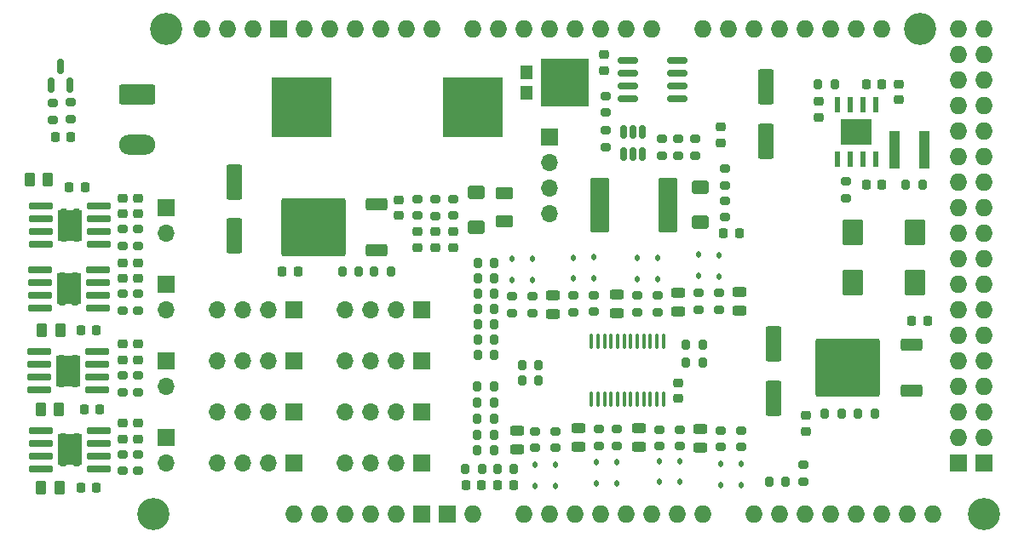
<source format=gbr>
%TF.GenerationSoftware,KiCad,Pcbnew,7.0.2*%
%TF.CreationDate,2023-07-18T21:54:39+02:00*%
%TF.ProjectId,RocciShield,526f6363-6953-4686-9965-6c642e6b6963,rev?*%
%TF.SameCoordinates,Original*%
%TF.FileFunction,Soldermask,Top*%
%TF.FilePolarity,Negative*%
%FSLAX46Y46*%
G04 Gerber Fmt 4.6, Leading zero omitted, Abs format (unit mm)*
G04 Created by KiCad (PCBNEW 7.0.2) date 2023-07-18 21:54:39*
%MOMM*%
%LPD*%
G01*
G04 APERTURE LIST*
G04 Aperture macros list*
%AMRoundRect*
0 Rectangle with rounded corners*
0 $1 Rounding radius*
0 $2 $3 $4 $5 $6 $7 $8 $9 X,Y pos of 4 corners*
0 Add a 4 corners polygon primitive as box body*
4,1,4,$2,$3,$4,$5,$6,$7,$8,$9,$2,$3,0*
0 Add four circle primitives for the rounded corners*
1,1,$1+$1,$2,$3*
1,1,$1+$1,$4,$5*
1,1,$1+$1,$6,$7*
1,1,$1+$1,$8,$9*
0 Add four rect primitives between the rounded corners*
20,1,$1+$1,$2,$3,$4,$5,0*
20,1,$1+$1,$4,$5,$6,$7,0*
20,1,$1+$1,$6,$7,$8,$9,0*
20,1,$1+$1,$8,$9,$2,$3,0*%
G04 Aperture macros list end*
%ADD10O,1.700000X1.700000*%
%ADD11R,1.700000X1.700000*%
%ADD12RoundRect,0.218750X0.256250X-0.218750X0.256250X0.218750X-0.256250X0.218750X-0.256250X-0.218750X0*%
%ADD13RoundRect,0.200000X0.275000X-0.200000X0.275000X0.200000X-0.275000X0.200000X-0.275000X-0.200000X0*%
%ADD14RoundRect,0.250000X0.850000X0.350000X-0.850000X0.350000X-0.850000X-0.350000X0.850000X-0.350000X0*%
%ADD15RoundRect,0.249997X2.950003X2.650003X-2.950003X2.650003X-2.950003X-2.650003X2.950003X-2.650003X0*%
%ADD16RoundRect,0.225000X-0.250000X0.225000X-0.250000X-0.225000X0.250000X-0.225000X0.250000X0.225000X0*%
%ADD17RoundRect,0.225000X-0.225000X-0.250000X0.225000X-0.250000X0.225000X0.250000X-0.225000X0.250000X0*%
%ADD18RoundRect,0.112500X-0.112500X0.187500X-0.112500X-0.187500X0.112500X-0.187500X0.112500X0.187500X0*%
%ADD19R,1.100000X3.700000*%
%ADD20RoundRect,0.250000X0.787500X1.025000X-0.787500X1.025000X-0.787500X-1.025000X0.787500X-1.025000X0*%
%ADD21RoundRect,0.100000X-0.100000X0.637500X-0.100000X-0.637500X0.100000X-0.637500X0.100000X0.637500X0*%
%ADD22RoundRect,0.200000X0.200000X0.275000X-0.200000X0.275000X-0.200000X-0.275000X0.200000X-0.275000X0*%
%ADD23RoundRect,0.150000X0.150000X-0.512500X0.150000X0.512500X-0.150000X0.512500X-0.150000X-0.512500X0*%
%ADD24RoundRect,0.112500X0.112500X-0.187500X0.112500X0.187500X-0.112500X0.187500X-0.112500X-0.187500X0*%
%ADD25RoundRect,0.200000X-0.275000X0.200000X-0.275000X-0.200000X0.275000X-0.200000X0.275000X0.200000X0*%
%ADD26RoundRect,0.250000X-0.550000X1.500000X-0.550000X-1.500000X0.550000X-1.500000X0.550000X1.500000X0*%
%ADD27RoundRect,0.218750X-0.256250X0.218750X-0.256250X-0.218750X0.256250X-0.218750X0.256250X0.218750X0*%
%ADD28RoundRect,0.200000X-0.200000X-0.275000X0.200000X-0.275000X0.200000X0.275000X-0.200000X0.275000X0*%
%ADD29RoundRect,0.250000X0.712500X2.475000X-0.712500X2.475000X-0.712500X-2.475000X0.712500X-2.475000X0*%
%ADD30RoundRect,0.250000X-0.262500X-0.450000X0.262500X-0.450000X0.262500X0.450000X-0.262500X0.450000X0*%
%ADD31RoundRect,0.243750X-0.456250X0.243750X-0.456250X-0.243750X0.456250X-0.243750X0.456250X0.243750X0*%
%ADD32RoundRect,0.218750X0.218750X0.256250X-0.218750X0.256250X-0.218750X-0.256250X0.218750X-0.256250X0*%
%ADD33RoundRect,0.250000X-1.550000X0.750000X-1.550000X-0.750000X1.550000X-0.750000X1.550000X0.750000X0*%
%ADD34O,3.600000X2.000000*%
%ADD35RoundRect,0.243750X0.456250X-0.243750X0.456250X0.243750X-0.456250X0.243750X-0.456250X-0.243750X0*%
%ADD36RoundRect,0.225000X0.250000X-0.225000X0.250000X0.225000X-0.250000X0.225000X-0.250000X-0.225000X0*%
%ADD37RoundRect,0.250000X0.600000X-0.400000X0.600000X0.400000X-0.600000X0.400000X-0.600000X-0.400000X0*%
%ADD38RoundRect,0.225000X0.225000X0.250000X-0.225000X0.250000X-0.225000X-0.250000X0.225000X-0.250000X0*%
%ADD39R,1.270000X1.400000*%
%ADD40R,4.720000X4.800000*%
%ADD41C,0.770000*%
%ADD42RoundRect,0.070000X-1.100000X-0.250000X1.100000X-0.250000X1.100000X0.250000X-1.100000X0.250000X0*%
%ADD43R,2.400000X3.100000*%
%ADD44RoundRect,0.150000X-0.825000X-0.150000X0.825000X-0.150000X0.825000X0.150000X-0.825000X0.150000X0*%
%ADD45RoundRect,0.250000X0.625000X-0.375000X0.625000X0.375000X-0.625000X0.375000X-0.625000X-0.375000X0*%
%ADD46RoundRect,0.250000X0.550000X-1.500000X0.550000X1.500000X-0.550000X1.500000X-0.550000X-1.500000X0*%
%ADD47RoundRect,0.150000X0.150000X-0.587500X0.150000X0.587500X-0.150000X0.587500X-0.150000X-0.587500X0*%
%ADD48R,6.000000X6.000000*%
%ADD49C,3.200000*%
%ADD50O,1.727200X1.727200*%
%ADD51R,1.727200X1.727200*%
%ADD52R,3.100000X2.600000*%
%ADD53R,0.600000X1.550000*%
G04 APERTURE END LIST*
D10*
%TO.C,J10*%
X135128000Y-100594000D03*
D11*
X135128000Y-98054000D03*
%TD*%
D12*
%TO.C,D13*%
X130850000Y-119500000D03*
X130850000Y-121075000D03*
%TD*%
D13*
%TO.C,R44*%
X130850000Y-114735500D03*
X130850000Y-116385500D03*
%TD*%
D14*
%TO.C,U2*%
X209203000Y-116279000D03*
D15*
X202903000Y-113999000D03*
D14*
X209203000Y-111719000D03*
%TD*%
D16*
%TO.C,C7*%
X199978000Y-87499000D03*
X199978000Y-89049000D03*
%TD*%
D17*
%TO.C,C19*%
X168103000Y-125624000D03*
X169653000Y-125624000D03*
%TD*%
D18*
%TO.C,D11*%
X169544500Y-103154500D03*
X169544500Y-105254500D03*
%TD*%
D13*
%TO.C,R59*%
X130850000Y-106631000D03*
X130850000Y-108281000D03*
%TD*%
D19*
%TO.C,L1*%
X207478000Y-92274000D03*
X210478000Y-92274000D03*
%TD*%
D20*
%TO.C,C4*%
X209590500Y-105524000D03*
X203365500Y-105524000D03*
%TD*%
D21*
%TO.C,U5*%
X184549500Y-111371000D03*
X183899500Y-111371000D03*
X183249500Y-111371000D03*
X182599500Y-111371000D03*
X181949500Y-111371000D03*
X181299500Y-111371000D03*
X180649500Y-111371000D03*
X179999500Y-111371000D03*
X179349500Y-111371000D03*
X178699500Y-111371000D03*
X178049500Y-111371000D03*
X177399500Y-111371000D03*
X177399500Y-117096000D03*
X178049500Y-117096000D03*
X178699500Y-117096000D03*
X179349500Y-117096000D03*
X179999500Y-117096000D03*
X180649500Y-117096000D03*
X181299500Y-117096000D03*
X181949500Y-117096000D03*
X182599500Y-117096000D03*
X183249500Y-117096000D03*
X183899500Y-117096000D03*
X184549500Y-117096000D03*
%TD*%
D11*
%TO.C,J13*%
X135128000Y-105674000D03*
D10*
X135128000Y-108214000D03*
%TD*%
D22*
%TO.C,R34*%
X167749500Y-103548500D03*
X166099500Y-103548500D03*
%TD*%
%TO.C,R3*%
X167749500Y-112692500D03*
X166099500Y-112692500D03*
%TD*%
D16*
%TO.C,C10*%
X198728000Y-118749000D03*
X198728000Y-120299000D03*
%TD*%
D23*
%TO.C,U4*%
X180558000Y-92760000D03*
X181508000Y-92760000D03*
X182458000Y-92760000D03*
X182458000Y-90485000D03*
X181508000Y-90485000D03*
X180558000Y-90485000D03*
%TD*%
D24*
%TO.C,D25*%
X184164000Y-125349500D03*
X184164000Y-123249500D03*
%TD*%
D25*
%TO.C,R62*%
X192292000Y-120222000D03*
X192292000Y-121872000D03*
%TD*%
D22*
%TO.C,R50*%
X167703000Y-122224000D03*
X166053000Y-122224000D03*
%TD*%
D13*
%TO.C,R22*%
X177672500Y-108410000D03*
X177672500Y-106760000D03*
%TD*%
D26*
%TO.C,C14*%
X141884400Y-95481000D03*
X141884400Y-100881000D03*
%TD*%
D12*
%TO.C,D18*%
X132374000Y-113211500D03*
X132374000Y-111636500D03*
%TD*%
D25*
%TO.C,R7*%
X202728000Y-95449000D03*
X202728000Y-97099000D03*
%TD*%
D27*
%TO.C,D23*%
X130850000Y-97100000D03*
X130850000Y-98675000D03*
%TD*%
%TO.C,D6*%
X160078000Y-100436500D03*
X160078000Y-102011500D03*
%TD*%
D22*
%TO.C,R5*%
X210303000Y-95774000D03*
X208653000Y-95774000D03*
%TD*%
D28*
%TO.C,R6*%
X199903000Y-85774000D03*
X201553000Y-85774000D03*
%TD*%
D17*
%TO.C,C3*%
X204703000Y-95774000D03*
X206253000Y-95774000D03*
%TD*%
D29*
%TO.C,F9*%
X185003000Y-97774000D03*
X178228000Y-97774000D03*
%TD*%
D11*
%TO.C,J3*%
X160528000Y-113294000D03*
D10*
X157988000Y-113294000D03*
X155448000Y-113294000D03*
X152908000Y-113294000D03*
%TD*%
D30*
%TO.C,R45*%
X124484000Y-118086500D03*
X122659000Y-118086500D03*
%TD*%
D13*
%TO.C,R11*%
X181990500Y-108454500D03*
X181990500Y-106804500D03*
%TD*%
D24*
%TO.C,D30*%
X192292000Y-125653000D03*
X192292000Y-123553000D03*
%TD*%
D18*
%TO.C,D9*%
X175640500Y-103008000D03*
X175640500Y-105108000D03*
%TD*%
D17*
%TO.C,C20*%
X164903000Y-125624000D03*
X166453000Y-125624000D03*
%TD*%
D31*
%TO.C,F7*%
X176148500Y-119978500D03*
X176148500Y-121853500D03*
%TD*%
D32*
%TO.C,D17*%
X125665500Y-91024000D03*
X124090500Y-91024000D03*
%TD*%
D27*
%TO.C,D19*%
X130850000Y-111636500D03*
X130850000Y-113211500D03*
%TD*%
D25*
%TO.C,R29*%
X198478000Y-123624000D03*
X198478000Y-125274000D03*
%TD*%
D30*
%TO.C,R37*%
X124540500Y-125904000D03*
X122715500Y-125904000D03*
%TD*%
D12*
%TO.C,D28*%
X132374000Y-105107000D03*
X132374000Y-103532000D03*
%TD*%
D30*
%TO.C,R60*%
X124602000Y-110269500D03*
X122777000Y-110269500D03*
%TD*%
D27*
%TO.C,D14*%
X132374000Y-121075000D03*
X132374000Y-119500000D03*
%TD*%
D22*
%TO.C,R27*%
X167749500Y-106596500D03*
X166099500Y-106596500D03*
%TD*%
D33*
%TO.C,J1*%
X132278000Y-86824000D03*
D34*
X132278000Y-91824000D03*
%TD*%
D22*
%TO.C,R33*%
X167749500Y-105072500D03*
X166099500Y-105072500D03*
%TD*%
D18*
%TO.C,D10*%
X177672500Y-102979000D03*
X177672500Y-105079000D03*
%TD*%
D27*
%TO.C,D7*%
X161878000Y-100436500D03*
X161878000Y-102011500D03*
%TD*%
D18*
%TO.C,D1*%
X188086500Y-102735500D03*
X188086500Y-104835500D03*
%TD*%
D13*
%TO.C,R35*%
X130850000Y-124249000D03*
X130850000Y-122599000D03*
%TD*%
D16*
%TO.C,C22*%
X190278000Y-90049000D03*
X190278000Y-91599000D03*
%TD*%
D13*
%TO.C,R2*%
X188086500Y-108200500D03*
X188086500Y-106550500D03*
%TD*%
D25*
%TO.C,R46*%
X178180500Y-120075500D03*
X178180500Y-121725500D03*
%TD*%
D13*
%TO.C,R65*%
X178780000Y-92002500D03*
X178780000Y-90352500D03*
%TD*%
D11*
%TO.C,J8*%
X135128000Y-113294000D03*
D10*
X135128000Y-115834000D03*
%TD*%
D22*
%TO.C,R57*%
X167703000Y-119024000D03*
X166053000Y-119024000D03*
%TD*%
D27*
%TO.C,D8*%
X163678000Y-100436500D03*
X163678000Y-102011500D03*
%TD*%
D25*
%TO.C,R13*%
X187728000Y-91199000D03*
X187728000Y-92849000D03*
%TD*%
D35*
%TO.C,F5*%
X173608500Y-108630000D03*
X173608500Y-106755000D03*
%TD*%
D25*
%TO.C,R67*%
X190678000Y-94174000D03*
X190678000Y-95824000D03*
%TD*%
D22*
%TO.C,R24*%
X205546000Y-118570000D03*
X203896000Y-118570000D03*
%TD*%
D13*
%TO.C,R51*%
X132374000Y-101849000D03*
X132374000Y-100199000D03*
%TD*%
D11*
%TO.C,J4*%
X147828000Y-108214000D03*
D10*
X145288000Y-108214000D03*
X142748000Y-108214000D03*
X140208000Y-108214000D03*
%TD*%
D30*
%TO.C,R53*%
X121555500Y-95264000D03*
X123380500Y-95264000D03*
%TD*%
D12*
%TO.C,D22*%
X132374000Y-98675000D03*
X132374000Y-97100000D03*
%TD*%
D13*
%TO.C,R58*%
X132374000Y-106631000D03*
X132374000Y-108281000D03*
%TD*%
D36*
%TO.C,C6*%
X186054500Y-117053500D03*
X186054500Y-115503500D03*
%TD*%
D37*
%TO.C,D26*%
X165978000Y-100024000D03*
X165978000Y-96524000D03*
%TD*%
D13*
%TO.C,R43*%
X132374000Y-114735500D03*
X132374000Y-116385500D03*
%TD*%
D25*
%TO.C,R26*%
X184368000Y-91199000D03*
X184368000Y-92849000D03*
%TD*%
D38*
%TO.C,C15*%
X128226000Y-125904000D03*
X126676000Y-125904000D03*
%TD*%
D31*
%TO.C,F8*%
X182132000Y-119981500D03*
X182132000Y-121856500D03*
%TD*%
D22*
%TO.C,R32*%
X196700000Y-125275000D03*
X195050000Y-125275000D03*
%TD*%
%TO.C,R56*%
X167703000Y-117424000D03*
X166053000Y-117424000D03*
%TD*%
D11*
%TO.C,J14*%
X147828000Y-118374000D03*
D10*
X145288000Y-118374000D03*
X142748000Y-118374000D03*
X140208000Y-118374000D03*
%TD*%
D18*
%TO.C,D4*%
X181990500Y-103023500D03*
X181990500Y-105123500D03*
%TD*%
D24*
%TO.C,D31*%
X190260000Y-125653000D03*
X190260000Y-123553000D03*
%TD*%
D13*
%TO.C,R36*%
X132374000Y-124249000D03*
X132374000Y-122599000D03*
%TD*%
%TO.C,R42*%
X125665500Y-89246000D03*
X125665500Y-87596000D03*
%TD*%
D39*
%TO.C,D32*%
X170913000Y-86664000D03*
X170913000Y-84584000D03*
D40*
X174718000Y-85624000D03*
%TD*%
D25*
%TO.C,R66*%
X190678000Y-97374000D03*
X190678000Y-99024000D03*
%TD*%
D36*
%TO.C,C21*%
X207978000Y-87299000D03*
X207978000Y-85749000D03*
%TD*%
D35*
%TO.C,F1*%
X192150500Y-108313000D03*
X192150500Y-106438000D03*
%TD*%
D37*
%TO.C,D27*%
X188228000Y-99524000D03*
X188228000Y-96024000D03*
%TD*%
D22*
%TO.C,R9*%
X188466500Y-111693500D03*
X186816500Y-111693500D03*
%TD*%
D38*
%TO.C,C17*%
X127053000Y-96026000D03*
X125503000Y-96026000D03*
%TD*%
D14*
%TO.C,U3*%
X156078000Y-97744000D03*
D15*
X149778000Y-100024000D03*
D14*
X156078000Y-102304000D03*
%TD*%
D13*
%TO.C,R16*%
X160078000Y-98849000D03*
X160078000Y-97199000D03*
%TD*%
D11*
%TO.C,J2*%
X147828000Y-113294000D03*
D10*
X145288000Y-113294000D03*
X142748000Y-113294000D03*
X140208000Y-113294000D03*
%TD*%
D18*
%TO.C,D12*%
X171576500Y-103154500D03*
X171576500Y-105254500D03*
%TD*%
D41*
%TO.C,U9*%
X126106000Y-107421500D03*
X126106000Y-106121500D03*
X126106000Y-104821500D03*
X124806000Y-107421500D03*
X124806000Y-106121500D03*
X124806000Y-104821500D03*
D42*
X128331000Y-104216500D03*
X128331000Y-105486500D03*
X128331000Y-106756500D03*
X128331000Y-108026500D03*
X122581000Y-108026500D03*
X122581000Y-106756500D03*
X122581000Y-105486500D03*
X122581000Y-104216500D03*
D43*
X125456000Y-106121500D03*
%TD*%
%TO.C,U7*%
X125404000Y-114306500D03*
D42*
X122529000Y-112401500D03*
X122529000Y-113671500D03*
X122529000Y-114941500D03*
X122529000Y-116211500D03*
X128279000Y-116211500D03*
X128279000Y-114941500D03*
X128279000Y-113671500D03*
X128279000Y-112401500D03*
D41*
X124754000Y-113006500D03*
X124754000Y-114306500D03*
X124754000Y-115606500D03*
X126054000Y-113006500D03*
X126054000Y-114306500D03*
X126054000Y-115606500D03*
%TD*%
D25*
%TO.C,R54*%
X184164000Y-120109500D03*
X184164000Y-121759500D03*
%TD*%
D17*
%TO.C,C9*%
X209228000Y-109274000D03*
X210778000Y-109274000D03*
%TD*%
D24*
%TO.C,D15*%
X173862500Y-125716000D03*
X173862500Y-123616000D03*
%TD*%
D13*
%TO.C,R30*%
X171576500Y-108517500D03*
X171576500Y-106867500D03*
%TD*%
D17*
%TO.C,C13*%
X148213000Y-104424000D03*
X146663000Y-104424000D03*
%TD*%
D11*
%TO.C,J5*%
X160528000Y-108214000D03*
D10*
X157988000Y-108214000D03*
X155448000Y-108214000D03*
X152908000Y-108214000D03*
%TD*%
D11*
%TO.C,J12*%
X173228000Y-90984000D03*
D10*
X173228000Y-93524000D03*
X173228000Y-96064000D03*
X173228000Y-98604000D03*
%TD*%
D44*
%TO.C,Q1*%
X181003000Y-83369000D03*
X181003000Y-84639000D03*
X181003000Y-85909000D03*
X181003000Y-87179000D03*
X185953000Y-87179000D03*
X185953000Y-85909000D03*
X185953000Y-84639000D03*
X185953000Y-83369000D03*
%TD*%
D22*
%TO.C,R49*%
X167703000Y-120624000D03*
X166053000Y-120624000D03*
%TD*%
D11*
%TO.C,J11*%
X160528000Y-118374000D03*
D10*
X157988000Y-118374000D03*
X155448000Y-118374000D03*
X152908000Y-118374000D03*
%TD*%
D22*
%TO.C,R12*%
X167749500Y-109644500D03*
X166099500Y-109644500D03*
%TD*%
D45*
%TO.C,F11*%
X168728000Y-99424000D03*
X168728000Y-96624000D03*
%TD*%
D25*
%TO.C,R47*%
X179958500Y-120075500D03*
X179958500Y-121725500D03*
%TD*%
D24*
%TO.C,D20*%
X179958500Y-125477500D03*
X179958500Y-123377500D03*
%TD*%
D20*
%TO.C,C5*%
X209590500Y-100524000D03*
X203365500Y-100524000D03*
%TD*%
D24*
%TO.C,D24*%
X186196000Y-125349500D03*
X186196000Y-123249500D03*
%TD*%
D25*
%TO.C,R14*%
X178780000Y-86924500D03*
X178780000Y-88574500D03*
%TD*%
D24*
%TO.C,D16*%
X171830500Y-125716000D03*
X171830500Y-123616000D03*
%TD*%
D25*
%TO.C,R61*%
X190260000Y-120222000D03*
X190260000Y-121872000D03*
%TD*%
D10*
%TO.C,J6*%
X135128000Y-123454000D03*
D11*
X135128000Y-120914000D03*
%TD*%
D13*
%TO.C,R18*%
X163678000Y-98849000D03*
X163678000Y-97199000D03*
%TD*%
D43*
%TO.C,U8*%
X125579000Y-99804500D03*
D42*
X122704000Y-97899500D03*
X122704000Y-99169500D03*
X122704000Y-100439500D03*
X122704000Y-101709500D03*
X128454000Y-101709500D03*
X128454000Y-100439500D03*
X128454000Y-99169500D03*
X128454000Y-97899500D03*
D41*
X124929000Y-98504500D03*
X124929000Y-99804500D03*
X124929000Y-101104500D03*
X126229000Y-98504500D03*
X126229000Y-99804500D03*
X126229000Y-101104500D03*
%TD*%
D24*
%TO.C,D21*%
X177926500Y-125477500D03*
X177926500Y-123377500D03*
%TD*%
D46*
%TO.C,C11*%
X195478000Y-117024000D03*
X195478000Y-111624000D03*
%TD*%
D17*
%TO.C,C2*%
X204703000Y-85774000D03*
X206253000Y-85774000D03*
%TD*%
D10*
%TO.C,J7*%
X152908000Y-123454000D03*
X155448000Y-123454000D03*
X157988000Y-123454000D03*
D11*
X160528000Y-123454000D03*
%TD*%
D25*
%TO.C,R39*%
X173862500Y-120285000D03*
X173862500Y-121935000D03*
%TD*%
D22*
%TO.C,R63*%
X172130500Y-115232500D03*
X170480500Y-115232500D03*
%TD*%
%TO.C,R4*%
X172130500Y-113708500D03*
X170480500Y-113708500D03*
%TD*%
D18*
%TO.C,D2*%
X190118500Y-102769500D03*
X190118500Y-104869500D03*
%TD*%
D13*
%TO.C,R19*%
X185978000Y-92849000D03*
X185978000Y-91199000D03*
%TD*%
D22*
%TO.C,R40*%
X166503000Y-124024000D03*
X164853000Y-124024000D03*
%TD*%
D26*
%TO.C,C1*%
X194728000Y-86024000D03*
X194728000Y-91424000D03*
%TD*%
D47*
%TO.C,Q2*%
X123699500Y-85865500D03*
X125599500Y-85865500D03*
X124649500Y-83990500D03*
%TD*%
D22*
%TO.C,R21*%
X152613000Y-104424000D03*
X154263000Y-104424000D03*
%TD*%
D13*
%TO.C,R10*%
X184022500Y-108454500D03*
X184022500Y-106804500D03*
%TD*%
D22*
%TO.C,R25*%
X155813000Y-104424000D03*
X157463000Y-104424000D03*
%TD*%
D18*
%TO.C,D5*%
X184022500Y-103023500D03*
X184022500Y-105123500D03*
%TD*%
D22*
%TO.C,R64*%
X167703000Y-115824000D03*
X166053000Y-115824000D03*
%TD*%
D13*
%TO.C,R17*%
X161878000Y-98889000D03*
X161878000Y-97239000D03*
%TD*%
%TO.C,R23*%
X175640500Y-108439000D03*
X175640500Y-106789000D03*
%TD*%
D31*
%TO.C,F10*%
X188228000Y-120075500D03*
X188228000Y-121950500D03*
%TD*%
D13*
%TO.C,R31*%
X169544500Y-108517500D03*
X169544500Y-106867500D03*
%TD*%
%TO.C,R1*%
X190118500Y-108200500D03*
X190118500Y-106550500D03*
%TD*%
D22*
%TO.C,R8*%
X188466500Y-113471500D03*
X186816500Y-113471500D03*
%TD*%
D48*
%TO.C,F2*%
X148578000Y-88024000D03*
X165578000Y-88024000D03*
%TD*%
D25*
%TO.C,R55*%
X186196000Y-120109500D03*
X186196000Y-121759500D03*
%TD*%
D49*
%TO.C,XA1*%
X133858000Y-128524000D03*
X135128000Y-80264000D03*
D50*
X147828000Y-128524000D03*
D49*
X210058000Y-80264000D03*
X216408000Y-128524000D03*
D50*
X155448000Y-128524000D03*
X157988000Y-128524000D03*
X213868000Y-80264000D03*
X216408000Y-80264000D03*
X170688000Y-128524000D03*
X173228000Y-128524000D03*
X175768000Y-128524000D03*
X178308000Y-128524000D03*
X180848000Y-128524000D03*
X183388000Y-128524000D03*
X185928000Y-128524000D03*
X188468000Y-128524000D03*
X193548000Y-128524000D03*
X196088000Y-128524000D03*
X198628000Y-128524000D03*
X201168000Y-128524000D03*
X203708000Y-128524000D03*
X206248000Y-128524000D03*
X208788000Y-128524000D03*
X211328000Y-128524000D03*
X143764000Y-80264000D03*
X183388000Y-80264000D03*
X180848000Y-80264000D03*
X178308000Y-80264000D03*
X175768000Y-80264000D03*
X173228000Y-80264000D03*
X170688000Y-80264000D03*
X168148000Y-80264000D03*
X165608000Y-80264000D03*
X161544000Y-80264000D03*
X159004000Y-80264000D03*
X156464000Y-80264000D03*
X153924000Y-80264000D03*
X151384000Y-80264000D03*
X148844000Y-80264000D03*
X188468000Y-80264000D03*
X191008000Y-80264000D03*
X193548000Y-80264000D03*
X196088000Y-80264000D03*
X198628000Y-80264000D03*
X201168000Y-80264000D03*
X203708000Y-80264000D03*
X206248000Y-80264000D03*
X213868000Y-82804000D03*
X216408000Y-82804000D03*
X213868000Y-85344000D03*
X216408000Y-85344000D03*
X213868000Y-87884000D03*
X216408000Y-87884000D03*
X213868000Y-90424000D03*
X216408000Y-90424000D03*
X213868000Y-92964000D03*
X216408000Y-92964000D03*
X213868000Y-95504000D03*
X216408000Y-95504000D03*
X213868000Y-98044000D03*
X216408000Y-98044000D03*
X213868000Y-100584000D03*
X216408000Y-100584000D03*
X213868000Y-103124000D03*
X216408000Y-103124000D03*
X213868000Y-105664000D03*
X216408000Y-105664000D03*
X213868000Y-108204000D03*
X216408000Y-108204000D03*
X213868000Y-110744000D03*
X216408000Y-110744000D03*
X213868000Y-113284000D03*
X216408000Y-113284000D03*
X213868000Y-115824000D03*
X216408000Y-115824000D03*
X213868000Y-118364000D03*
X216408000Y-118364000D03*
X213868000Y-120904000D03*
X216408000Y-120904000D03*
D51*
X146304000Y-80264000D03*
X160528000Y-128524000D03*
X163068000Y-128524000D03*
X213868000Y-123444000D03*
X216408000Y-123444000D03*
D50*
X150368000Y-128524000D03*
X152908000Y-128524000D03*
X138684000Y-80264000D03*
X141224000Y-80264000D03*
X165608000Y-128524000D03*
%TD*%
D25*
%TO.C,R38*%
X171830500Y-120285000D03*
X171830500Y-121935000D03*
%TD*%
D16*
%TO.C,C12*%
X158278000Y-98799000D03*
X158278000Y-97249000D03*
%TD*%
D52*
%TO.C,U1*%
X203728000Y-90524000D03*
D53*
X205633000Y-87824000D03*
X204363000Y-87824000D03*
X203093000Y-87824000D03*
X201823000Y-87824000D03*
X201823000Y-93224000D03*
X203093000Y-93224000D03*
X204363000Y-93224000D03*
X205633000Y-93224000D03*
%TD*%
D22*
%TO.C,R28*%
X167749500Y-108120500D03*
X166099500Y-108120500D03*
%TD*%
%TO.C,R15*%
X167749500Y-111168500D03*
X166099500Y-111168500D03*
%TD*%
D13*
%TO.C,R52*%
X130850000Y-101849000D03*
X130850000Y-100199000D03*
%TD*%
D35*
%TO.C,F4*%
X179958500Y-108551500D03*
X179958500Y-106676500D03*
%TD*%
D27*
%TO.C,D29*%
X130850000Y-103532000D03*
X130850000Y-105107000D03*
%TD*%
D38*
%TO.C,C16*%
X126621000Y-110269500D03*
X128171000Y-110269500D03*
%TD*%
%TO.C,C18*%
X126977000Y-118086500D03*
X128527000Y-118086500D03*
%TD*%
D22*
%TO.C,R20*%
X202244000Y-118570000D03*
X200594000Y-118570000D03*
%TD*%
D17*
%TO.C,C23*%
X190528000Y-100624000D03*
X192078000Y-100624000D03*
%TD*%
D31*
%TO.C,F6*%
X170052500Y-120206500D03*
X170052500Y-122081500D03*
%TD*%
D35*
%TO.C,F3*%
X186054500Y-108376000D03*
X186054500Y-106501000D03*
%TD*%
D11*
%TO.C,J9*%
X147828000Y-123454000D03*
D10*
X145288000Y-123454000D03*
X142748000Y-123454000D03*
X140208000Y-123454000D03*
%TD*%
D43*
%TO.C,U6*%
X125548000Y-122124000D03*
D42*
X122673000Y-120219000D03*
X122673000Y-121489000D03*
X122673000Y-122759000D03*
X122673000Y-124029000D03*
X128423000Y-124029000D03*
X128423000Y-122759000D03*
X128423000Y-121489000D03*
X128423000Y-120219000D03*
D41*
X124898000Y-120824000D03*
X124898000Y-122124000D03*
X124898000Y-123424000D03*
X126198000Y-120824000D03*
X126198000Y-122124000D03*
X126198000Y-123424000D03*
%TD*%
D22*
%TO.C,R41*%
X169703000Y-124024000D03*
X168053000Y-124024000D03*
%TD*%
D25*
%TO.C,R48*%
X123887500Y-87659000D03*
X123887500Y-89309000D03*
%TD*%
D36*
%TO.C,C8*%
X178678000Y-84399000D03*
X178678000Y-82849000D03*
%TD*%
M02*

</source>
